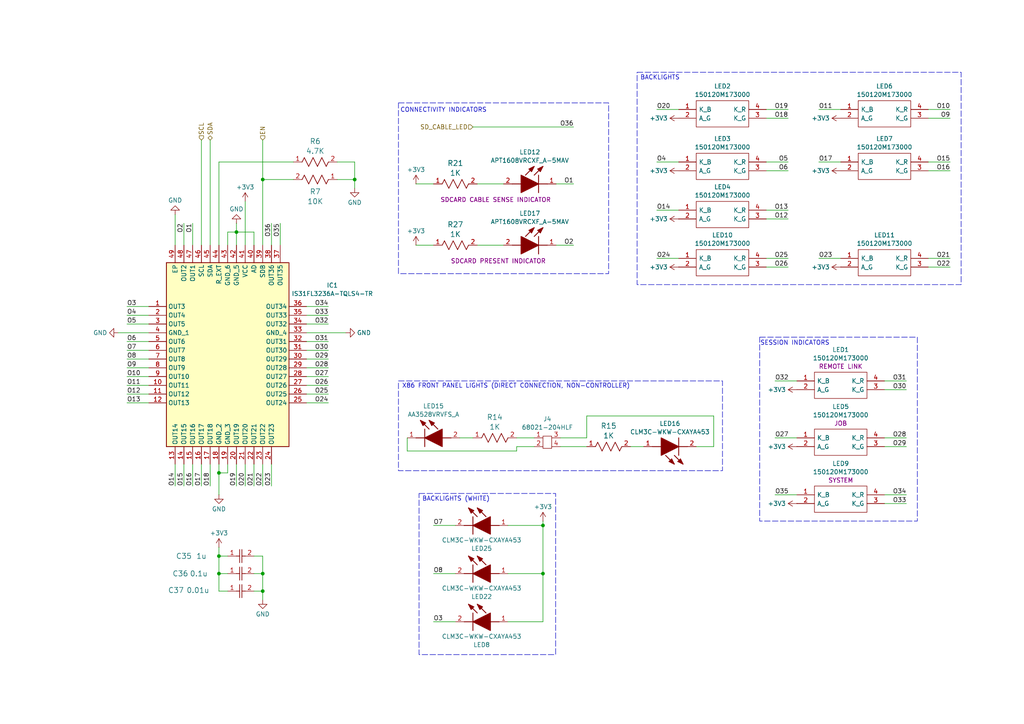
<source format=kicad_sch>
(kicad_sch (version 20231120) (generator "eeschema") (generator_version "8.0")
  (paper "A4")
  (title_block (title "Oro Link") (date "2025-03-22") (rev "8") (company "Oro Operating System") (comment 1 "oro.sh") (comment 2 "Copyright 2023-2025, MPL 2.0") (comment 3 "Joshua Lee Junon"))
  (lib_symbols
    (symbol "OroLink:0402B103J160CT" (pin_names (offset 0.254))
      (property "Reference" "C" (at 3.81 3.81 0))
      (property "Value" "0402B103J160CT" (at 3.81 -3.81 0))
      (symbol "0402B103J160CT_1_1"
        (pin unspecified line (at 0 0 0) (length 2.54) (name "") (number "1"))
        (pin unspecified line (at 7.62 0 180) (length 2.54) (name "") (number "2"))
      )
      (symbol "0402B103J160CT_1_2"
        (pin unspecified line (at 0 0 270) (length 2.54) (name "") (number "1"))
        (pin unspecified line (at 0 -7.62 90) (length 2.54) (name "") (number "2"))
      )
    )
    (symbol "OroLink:150120M173000" (pin_names (offset 0.762))
      (property "Reference" "LED8" (at 12.7 6.189 0))
      (property "Value" "150120M173000" (at 12.7 3.6521 0))
      (property "Note" "STATUS" (at 12.7 -6.35 0))
      (symbol "150120M173000_0_0"
        (pin passive line (at 0 0 0) (length 5.08) (name "K_B") (number "1"))
        (pin passive line (at 0 -2.54 0) (length 5.08) (name "A_G") (number "2"))
        (pin passive line (at 25.4 -2.54 180) (length 5.08) (name "K_G") (number "3"))
        (pin passive line (at 25.4 0 180) (length 5.08) (name "K_R") (number "4"))
      )
    )
    (symbol "OroLink:68021-204HLF" (pin_names hide)
      (property "Reference" "J" (at 3.81 1.778 0))
      (property "Value" "68021-204HLF" (at 4.318 0 0))
      (symbol "68021-204HLF_0_0"
        (pin unspecified line (at 0 -2.54 0) (length 2.54) (name "") (number "1"))
        (pin unspecified line (at 0 -5.08 0) (length 2.54) (name "") (number "2"))
        (pin unspecified line (at 7.62 -2.54 180) (length 2.54) (name "") (number "3"))
        (pin unspecified line (at 7.62 -5.08 180) (length 2.54) (name "") (number "4"))
      )
    )
    (symbol "OroLink:AA3528VRVFS_A" (pin_names hide)
      (property "Reference" "LED" (at 12.7 8.89 0))
      (property "Value" "AA3528VRVFS_A" (at 12.7 6.35 0))
      (symbol "AA3528VRVFS_A_1_1"
        (pin passive line (at 0 0 0) (length 2.54) (name "K") (number "1"))
        (pin passive line (at 15.24 0 180) (length 2.54) (name "A") (number "2"))
      )
    )
    (symbol "OroLink:APT1608VRCXF_A-5MAV" (pin_names hide)
      (property "Reference" "LED" (at 12.7 8.89 0))
      (property "Value" "APT1608VRCXF_A-5MAV" (at 12.7 6.35 0))
      (symbol "APT1608VRCXF_A-5MAV_1_1"
        (pin passive line (at 0 0 0) (length 2.54) (name "K") (number "1"))
        (pin passive line (at 15.24 0 180) (length 2.54) (name "A") (number "2"))
      )
    )
    (symbol "OroLink:CLM3C-WKW-CXAYA453" (pin_names hide)
      (property "Reference" "LED" (at 5.588 8.382 0))
      (property "Value" "CLM3C-WKW-CXAYA453" (at -3.302 5.842 0))
      (symbol "CLM3C-WKW-CXAYA453_1_1"
        (pin passive line (at 15.24 0 180) (length 2.54) (name "A") (number "1"))
        (pin passive line (at 0 0 0) (length 2.54) (name "K") (number "2"))
      )
    )
    (symbol "OroLink:CRCW04024K70FKEDHP" (pin_names (offset 0.254))
      (property "Reference" "R" (at 5.715 3.81 0))
      (property "Value" "CRCW04024K70FKEDHP" (at 6.35 -3.81 0))
      (symbol "CRCW04024K70FKEDHP_1_1"
        (pin unspecified line (at 12.7 0 180) (length 2.54) (name "") (number "1"))
        (pin unspecified line (at 0 0 0) (length 2.54) (name "") (number "2"))
      )
      (symbol "CRCW04024K70FKEDHP_1_2"
        (pin unspecified line (at 0 12.7 270) (length 2.54) (name "") (number "1"))
        (pin unspecified line (at 0 0 90) (length 2.54) (name "") (number "2"))
      )
    )
    (symbol "OroLink:IS31FL3236A-TQLS4-TR"
      (property "Reference" "IC" (at 41.91 17.78 0))
      (property "Value" "IS31FL3236A-TQLS4-TR" (at 41.91 15.24 0))
      (symbol "IS31FL3236A-TQLS4-TR_1_1"
        (pin passive line (at 0 0 0) (length 5.08) (name "OUT3") (number "1"))
        (pin passive line (at 0 -22.86 0) (length 5.08) (name "OUT11") (number "10"))
        (pin passive line (at 0 -25.4 0) (length 5.08) (name "OUT12") (number "11"))
        (pin passive line (at 0 -27.94 0) (length 5.08) (name "OUT13") (number "12"))
        (pin passive line (at 7.62 -45.72 90) (length 5.08) (name "OUT14") (number "13"))
        (pin passive line (at 10.16 -45.72 90) (length 5.08) (name "OUT15") (number "14"))
        (pin passive line (at 12.7 -45.72 90) (length 5.08) (name "OUT16") (number "15"))
        (pin passive line (at 15.24 -45.72 90) (length 5.08) (name "OUT17") (number "16"))
        (pin passive line (at 17.78 -45.72 90) (length 5.08) (name "OUT18") (number "17"))
        (pin passive line (at 20.32 -45.72 90) (length 5.08) (name "GND_2") (number "18"))
        (pin passive line (at 22.86 -45.72 90) (length 5.08) (name "GND_3") (number "19"))
        (pin passive line (at 0 -2.54 0) (length 5.08) (name "OUT4") (number "2"))
        (pin passive line (at 25.4 -45.72 90) (length 5.08) (name "OUT19") (number "20"))
        (pin passive line (at 27.94 -45.72 90) (length 5.08) (name "OUT20") (number "21"))
        (pin passive line (at 30.48 -45.72 90) (length 5.08) (name "OUT21") (number "22"))
        (pin passive line (at 33.02 -45.72 90) (length 5.08) (name "OUT22") (number "23"))
        (pin passive line (at 35.56 -45.72 90) (length 5.08) (name "OUT23") (number "24"))
        (pin passive line (at 45.72 -27.94 180) (length 5.08) (name "OUT24") (number "25"))
        (pin passive line (at 45.72 -25.4 180) (length 5.08) (name "OUT25") (number "26"))
        (pin passive line (at 45.72 -22.86 180) (length 5.08) (name "OUT26") (number "27"))
        (pin passive line (at 45.72 -20.32 180) (length 5.08) (name "OUT27") (number "28"))
        (pin passive line (at 45.72 -17.78 180) (length 5.08) (name "OUT28") (number "29"))
        (pin passive line (at 0 -5.08 0) (length 5.08) (name "OUT5") (number "3"))
        (pin passive line (at 45.72 -15.24 180) (length 5.08) (name "OUT29") (number "30"))
        (pin passive line (at 45.72 -12.7 180) (length 5.08) (name "OUT30") (number "31"))
        (pin passive line (at 45.72 -10.16 180) (length 5.08) (name "OUT31") (number "32"))
        (pin passive line (at 45.72 -7.62 180) (length 5.08) (name "GND_4") (number "33"))
        (pin passive line (at 45.72 -5.08 180) (length 5.08) (name "OUT32") (number "34"))
        (pin passive line (at 45.72 -2.54 180) (length 5.08) (name "OUT33") (number "35"))
        (pin passive line (at 45.72 0 180) (length 5.08) (name "OUT34") (number "36"))
        (pin passive line (at 38.1 17.78 270) (length 5.08) (name "OUT35") (number "37"))
        (pin passive line (at 35.56 17.78 270) (length 5.08) (name "OUT36") (number "38"))
        (pin passive line (at 33.02 17.78 270) (length 5.08) (name "SDB") (number "39"))
        (pin passive line (at 0 -7.62 0) (length 5.08) (name "GND_1") (number "4"))
        (pin passive line (at 30.48 17.78 270) (length 5.08) (name "AD") (number "40"))
        (pin passive line (at 27.94 17.78 270) (length 5.08) (name "VCC") (number "41"))
        (pin passive line (at 25.4 17.78 270) (length 5.08) (name "GND_5") (number "42"))
        (pin passive line (at 22.86 17.78 270) (length 5.08) (name "GND_6") (number "43"))
        (pin passive line (at 20.32 17.78 270) (length 5.08) (name "R_EXT") (number "44"))
        (pin passive line (at 17.78 17.78 270) (length 5.08) (name "SDA") (number "45"))
        (pin passive line (at 15.24 17.78 270) (length 5.08) (name "SCL") (number "46"))
        (pin passive line (at 12.7 17.78 270) (length 5.08) (name "OUT1") (number "47"))
        (pin passive line (at 10.16 17.78 270) (length 5.08) (name "OUT2") (number "48"))
        (pin passive line (at 7.62 17.78 270) (length 5.08) (name "EP") (number "49"))
        (pin passive line (at 0 -10.16 0) (length 5.08) (name "OUT6") (number "5"))
        (pin passive line (at 0 -12.7 0) (length 5.08) (name "OUT7") (number "6"))
        (pin passive line (at 0 -15.24 0) (length 5.08) (name "OUT8") (number "7"))
        (pin passive line (at 0 -17.78 0) (length 5.08) (name "OUT9") (number "8"))
        (pin passive line (at 0 -20.32 0) (length 5.08) (name "OUT10") (number "9"))
      )
    )
    (symbol "OroLink:JMK105BJ105KVHF" (pin_names (offset 0.254))
      (property "Reference" "C" (at 3.81 3.81 0))
      (property "Value" "JMK105BJ105KVHF" (at 3.81 -3.81 0))
      (symbol "JMK105BJ105KVHF_1_1"
        (pin unspecified line (at 0 0 0) (length 2.54) (name "") (number "1"))
        (pin unspecified line (at 7.62 0 180) (length 2.54) (name "") (number "2"))
      )
      (symbol "JMK105BJ105KVHF_1_2"
        (pin unspecified line (at 0 0 270) (length 2.54) (name "") (number "1"))
        (pin unspecified line (at 0 -7.62 90) (length 2.54) (name "") (number "2"))
      )
    )
    (symbol "OroLink:MSAST1L3YB5104KFNA01" (pin_names (offset 0.254))
      (property "Reference" "C" (at 3.81 3.81 0))
      (property "Value" "MSAST1L3YB5104KFNA01" (at 3.81 -3.81 0))
      (symbol "MSAST1L3YB5104KFNA01_1_1"
        (pin unspecified line (at 0 0 0) (length 2.54) (name "") (number "1"))
        (pin unspecified line (at 7.62 0 180) (length 2.54) (name "") (number "2"))
      )
      (symbol "MSAST1L3YB5104KFNA01_1_2"
        (pin unspecified line (at 0 0 270) (length 2.54) (name "") (number "1"))
        (pin unspecified line (at 0 -7.62 90) (length 2.54) (name "") (number "2"))
      )
    )
    (symbol "OroLink:RMCF0402FT10K0" (pin_names (offset 0.254))
      (property "Reference" "R" (at 5.715 3.81 0))
      (property "Value" "RMCF0402FT10K0" (at 6.35 -3.81 0))
      (symbol "RMCF0402FT10K0_1_1"
        (pin unspecified line (at 0 0 0) (length 2.54) (name "") (number "1"))
        (pin unspecified line (at 12.7 0 180) (length 2.54) (name "") (number "2"))
      )
      (symbol "RMCF0402FT10K0_1_2"
        (pin unspecified line (at 0 12.7 270) (length 2.54) (name "") (number "1"))
        (pin unspecified line (at 0 0 90) (length 2.54) (name "") (number "2"))
      )
    )
    (symbol "OroLink:SG73P2ATTD102J" (pin_names (offset 0.254))
      (property "Reference" "R" (at 5.715 3.81 0))
      (property "Value" "SG73P2ATTD102J" (at 6.35 -3.81 0))
      (symbol "SG73P2ATTD102J_1_1"
        (pin unspecified line (at 0 0 0) (length 2.54) (name "") (number "1"))
        (pin unspecified line (at 12.7 0 180) (length 2.54) (name "") (number "2"))
      )
      (symbol "SG73P2ATTD102J_1_2"
        (pin unspecified line (at 0 12.7 270) (length 2.54) (name "") (number "1"))
        (pin unspecified line (at 0 0 90) (length 2.54) (name "") (number "2"))
      )
    )
    (symbol "power:+3V3" (power) (pin_numbers hide) (pin_names (offset 0) hide)
      (property "Value" "+3V3" (at 0 3.556 0))
      (symbol "+3V3_1_1"
        (pin power_in line (at 0 0 90) (length 0) (name "~") (number "1"))
      )
    )
    (symbol "power:GND" (power) (pin_numbers hide) (pin_names (offset 0) hide)
      (property "Value" "GND" (at 0 -3.81 0))
      (symbol "GND_1_1"
        (pin power_in line (at 0 0 270) (length 0) (name "~") (number "1"))
      )
    )
  )
  (junction (at 76.2 52.07))
  (junction (at 76.2 171.45))
  (junction (at 76.2 166.37))
  (junction (at 157.48 166.37))
  (junction (at 63.5 137.16))
  (junction (at 157.48 152.4))
  (junction (at 63.5 166.37))
  (junction (at 63.5 161.29))
  (junction (at 102.87 52.07))
  (junction (at 68.58 67.31))
  (wire (pts (xy 231.14 110.49) (xy 224.79 110.49)))
  (wire (pts (xy 275.59 49.53) (xy 269.24 49.53)))
  (wire (pts (xy 76.2 140.97) (xy 76.2 134.62)))
  (wire (pts (xy 76.2 71.12) (xy 76.2 52.07)))
  (wire (pts (xy 66.04 134.62) (xy 66.04 137.16)))
  (wire (pts (xy 36.83 116.84) (xy 43.18 116.84)))
  (wire (pts (xy 275.59 31.75) (xy 269.24 31.75)))
  (wire (pts (xy 76.2 171.45) (xy 76.2 173.99)))
  (wire (pts (xy 68.58 140.97) (xy 68.58 134.62)))
  (wire (pts (xy 182.88 129.54) (xy 186.69 129.54)))
  (wire (pts (xy 157.48 180.34) (xy 147.32 180.34)))
  (wire (pts (xy 161.29 53.34) (xy 166.37 53.34)))
  (wire (pts (xy 66.04 71.12) (xy 66.04 67.31)))
  (wire (pts (xy 256.54 129.54) (xy 262.89 129.54)))
  (wire (pts (xy 157.48 151.13) (xy 157.48 152.4)))
  (wire (pts (xy 73.66 67.31) (xy 68.58 67.31)))
  (wire (pts (xy 256.54 110.49) (xy 262.89 110.49)))
  (wire (pts (xy 63.5 134.62) (xy 63.5 137.16)))
  (wire (pts (xy 63.5 137.16) (xy 63.5 143.51)))
  (wire (pts (xy 73.66 140.97) (xy 73.66 134.62)))
  (wire (pts (xy 88.9 104.14) (xy 95.25 104.14)))
  (wire (pts (xy 120.65 71.12) (xy 125.73 71.12)))
  (wire (pts (xy 36.83 93.98) (xy 43.18 93.98)))
  (wire (pts (xy 125.73 152.4) (xy 132.08 152.4)))
  (wire (pts (xy 275.59 34.29) (xy 269.24 34.29)))
  (wire (pts (xy 63.5 161.29) (xy 63.5 158.75)))
  (wire (pts (xy 36.83 104.14) (xy 43.18 104.14)))
  (wire (pts (xy 36.83 99.06) (xy 43.18 99.06)))
  (wire (pts (xy 88.9 111.76) (xy 95.25 111.76)))
  (wire (pts (xy 73.66 161.29) (xy 76.2 161.29)))
  (wire (pts (xy 207.01 129.54) (xy 207.01 120.65)))
  (wire (pts (xy 63.5 137.16) (xy 66.04 137.16)))
  (wire (pts (xy 76.2 166.37) (xy 76.2 171.45)))
  (wire (pts (xy 50.8 62.23) (xy 50.8 71.12)))
  (wire (pts (xy 237.49 31.75) (xy 243.84 31.75)))
  (wire (pts (xy 66.04 67.31) (xy 68.58 67.31)))
  (wire (pts (xy 53.34 140.97) (xy 53.34 134.62)))
  (wire (pts (xy 137.16 36.83) (xy 166.37 36.83)))
  (wire (pts (xy 63.5 166.37) (xy 66.04 166.37)))
  (wire (pts (xy 88.9 93.98) (xy 95.25 93.98)))
  (wire (pts (xy 73.66 171.45) (xy 76.2 171.45)))
  (wire (pts (xy 63.5 161.29) (xy 66.04 161.29)))
  (wire (pts (xy 170.18 129.54) (xy 162.56 129.54)))
  (wire (pts (xy 88.9 99.06) (xy 95.25 99.06)))
  (wire (pts (xy 118.11 127) (xy 118.11 130.81)))
  (wire (pts (xy 161.29 71.12) (xy 166.37 71.12)))
  (wire (pts (xy 63.5 46.99) (xy 85.09 46.99)))
  (wire (pts (xy 63.5 166.37) (xy 63.5 161.29)))
  (wire (pts (xy 81.28 71.12) (xy 81.28 64.77)))
  (wire (pts (xy 237.49 46.99) (xy 243.84 46.99)))
  (wire (pts (xy 55.88 71.12) (xy 55.88 64.77)))
  (wire (pts (xy 125.73 166.37) (xy 132.08 166.37)))
  (wire (pts (xy 125.73 180.34) (xy 132.08 180.34)))
  (wire (pts (xy 88.9 116.84) (xy 95.25 116.84)))
  (wire (pts (xy 88.9 109.22) (xy 95.25 109.22)))
  (wire (pts (xy 73.66 71.12) (xy 73.66 67.31)))
  (wire (pts (xy 63.5 46.99) (xy 63.5 71.12)))
  (wire (pts (xy 71.12 140.97) (xy 71.12 134.62)))
  (wire (pts (xy 55.88 140.97) (xy 55.88 134.62)))
  (wire (pts (xy 36.83 111.76) (xy 43.18 111.76)))
  (wire (pts (xy 256.54 143.51) (xy 262.89 143.51)))
  (wire (pts (xy 256.54 146.05) (xy 262.89 146.05)))
  (wire (pts (xy 228.6 60.96) (xy 222.25 60.96)))
  (wire (pts (xy 237.49 74.93) (xy 243.84 74.93)))
  (wire (pts (xy 170.18 120.65) (xy 170.18 127)))
  (wire (pts (xy 190.5 46.99) (xy 196.85 46.99)))
  (wire (pts (xy 66.04 171.45) (xy 63.5 171.45)))
  (wire (pts (xy 228.6 31.75) (xy 222.25 31.75)))
  (wire (pts (xy 36.83 91.44) (xy 43.18 91.44)))
  (wire (pts (xy 275.59 77.47) (xy 269.24 77.47)))
  (wire (pts (xy 76.2 40.64) (xy 76.2 52.07)))
  (wire (pts (xy 78.74 71.12) (xy 78.74 64.77)))
  (wire (pts (xy 190.5 31.75) (xy 196.85 31.75)))
  (wire (pts (xy 228.6 63.5) (xy 222.25 63.5)))
  (wire (pts (xy 88.9 91.44) (xy 95.25 91.44)))
  (wire (pts (xy 138.43 53.34) (xy 146.05 53.34)))
  (wire (pts (xy 36.83 114.3) (xy 43.18 114.3)))
  (wire (pts (xy 36.83 88.9) (xy 43.18 88.9)))
  (wire (pts (xy 228.6 49.53) (xy 222.25 49.53)))
  (wire (pts (xy 120.65 53.34) (xy 125.73 53.34)))
  (wire (pts (xy 170.18 127) (xy 162.56 127)))
  (wire (pts (xy 231.14 143.51) (xy 224.79 143.51)))
  (wire (pts (xy 76.2 161.29) (xy 76.2 166.37)))
  (wire (pts (xy 207.01 129.54) (xy 201.93 129.54)))
  (wire (pts (xy 88.9 88.9) (xy 95.25 88.9)))
  (wire (pts (xy 147.32 152.4) (xy 157.48 152.4)))
  (wire (pts (xy 207.01 120.65) (xy 170.18 120.65)))
  (wire (pts (xy 138.43 71.12) (xy 146.05 71.12)))
  (wire (pts (xy 190.5 60.96) (xy 196.85 60.96)))
  (wire (pts (xy 63.5 171.45) (xy 63.5 166.37)))
  (wire (pts (xy 58.42 71.12) (xy 58.42 40.64)))
  (wire (pts (xy 149.86 127) (xy 154.94 127)))
  (wire (pts (xy 102.87 54.61) (xy 102.87 52.07)))
  (wire (pts (xy 256.54 113.03) (xy 262.89 113.03)))
  (wire (pts (xy 149.86 129.54) (xy 154.94 129.54)))
  (wire (pts (xy 196.85 74.93) (xy 190.5 74.93)))
  (wire (pts (xy 157.48 166.37) (xy 157.48 180.34)))
  (wire (pts (xy 222.25 77.47) (xy 228.6 77.47)))
  (wire (pts (xy 88.9 101.6) (xy 95.25 101.6)))
  (wire (pts (xy 36.83 101.6) (xy 43.18 101.6)))
  (wire (pts (xy 102.87 46.99) (xy 102.87 52.07)))
  (wire (pts (xy 58.42 140.97) (xy 58.42 134.62)))
  (wire (pts (xy 76.2 52.07) (xy 85.09 52.07)))
  (wire (pts (xy 137.16 127) (xy 133.35 127)))
  (wire (pts (xy 222.25 74.93) (xy 228.6 74.93)))
  (wire (pts (xy 275.59 74.93) (xy 269.24 74.93)))
  (wire (pts (xy 88.9 114.3) (xy 95.25 114.3)))
  (wire (pts (xy 50.8 140.97) (xy 50.8 134.62)))
  (wire (pts (xy 149.86 129.54) (xy 149.86 130.81)))
  (wire (pts (xy 157.48 166.37) (xy 147.32 166.37)))
  (wire (pts (xy 60.96 140.97) (xy 60.96 134.62)))
  (wire (pts (xy 71.12 58.42) (xy 71.12 71.12)))
  (wire (pts (xy 228.6 46.99) (xy 222.25 46.99)))
  (wire (pts (xy 36.83 109.22) (xy 43.18 109.22)))
  (wire (pts (xy 68.58 67.31) (xy 68.58 71.12)))
  (wire (pts (xy 118.11 130.81) (xy 149.86 130.81)))
  (wire (pts (xy 88.9 106.68) (xy 95.25 106.68)))
  (wire (pts (xy 228.6 34.29) (xy 222.25 34.29)))
  (wire (pts (xy 60.96 71.12) (xy 60.96 40.64)))
  (wire (pts (xy 256.54 127) (xy 262.89 127)))
  (wire (pts (xy 231.14 127) (xy 224.79 127)))
  (wire (pts (xy 53.34 71.12) (xy 53.34 64.77)))
  (wire (pts (xy 102.87 52.07) (xy 97.79 52.07)))
  (wire (pts (xy 73.66 166.37) (xy 76.2 166.37)))
  (wire (pts (xy 68.58 64.77) (xy 68.58 67.31)))
  (wire (pts (xy 157.48 152.4) (xy 157.48 166.37)))
  (wire (pts (xy 100.33 96.52) (xy 88.9 96.52)))
  (wire (pts (xy 34.29 96.52) (xy 43.18 96.52)))
  (wire (pts (xy 275.59 46.99) (xy 269.24 46.99)))
  (wire (pts (xy 36.83 106.68) (xy 43.18 106.68)))
  (wire (pts (xy 102.87 46.99) (xy 97.79 46.99)))
  (wire (pts (xy 78.74 140.97) (xy 78.74 134.62)))
  (rectangle (start 184.785 20.955) (end 278.765 82.55) (stroke (width 0) (type dash)))
  (rectangle (start 115.57 110.49) (end 209.55 136.525) (stroke (width 0) (type dash)))
  (rectangle (start 121.539 143.129) (end 161.163 189.865) (stroke (width 0) (type dash)))
  (rectangle (start 115.57 29.845) (end 176.53 79.375) (stroke (width 0) (type dash)))
  (rectangle (start 220.345 97.79) (end 266.065 151.13) (stroke (width 0) (type dash)))
  (text "X86 FRONT PANEL LIGHTS (DIRECT CONNECTION, NON-CONTROLLER)" (at 116.586 112.014 0) (effects (font (size 1.27 1.27)) (justify left)))
  (text "BACKLIGHTS" (at 185.674 22.606 0) (effects (font (size 1.27 1.27)) (justify left)))
  (text "BACKLIGHTS (WHITE)" (at 122.428 144.78 0) (effects (font (size 1.27 1.27)) (justify left)))
  (text "SESSION INDICATORS" (at 220.472 99.568 0) (effects (font (size 1.27 1.27)) (justify left)))
  (text "CONNECTIVITY INDICATORS" (at 116.078 32.004 0) (effects (font (size 1.27 1.27)) (justify left)))
  (label "O3" (at 125.73 180.34 0))
  (label "O6" (at 36.83 99.06 0))
  (label "O17" (at 58.42 140.97 90))
  (label "O5" (at 228.6 46.99 180))
  (label "O34" (at 262.89 143.51 180))
  (label "O29" (at 95.25 104.14 180))
  (label "O8" (at 125.73 166.37 0))
  (label "O32" (at 224.79 110.49 0))
  (label "O18" (at 60.96 140.97 90))
  (label "O22" (at 275.59 77.47 180))
  (label "O30" (at 262.89 113.03 180))
  (label "O8" (at 36.83 104.14 0))
  (label "O36" (at 78.74 64.77 270))
  (label "O26" (at 95.25 111.76 180))
  (label "O10" (at 275.59 31.75 180))
  (label "O21" (at 73.66 140.97 90))
  (label "O11" (at 36.83 111.76 0))
  (label "O23" (at 78.74 140.97 90))
  (label "O35" (at 224.79 143.51 0))
  (label "O6" (at 228.6 49.53 180))
  (label "O19" (at 68.58 140.97 90))
  (label "O15" (at 53.34 140.97 90))
  (label "O1" (at 55.88 64.77 270))
  (label "O33" (at 95.25 91.44 180))
  (label "O5" (at 36.83 93.98 0))
  (label "O30" (at 95.25 101.6 180))
  (label "O14" (at 50.8 140.97 90))
  (label "O2" (at 166.37 71.12 180))
  (label "O4" (at 190.5 46.99 0))
  (label "O36" (at 166.37 36.83 180))
  (label "O17" (at 237.49 46.99 0))
  (label "O29" (at 262.89 129.54 180))
  (label "O18" (at 228.6 34.29 180))
  (label "O28" (at 95.25 106.68 180))
  (label "O12" (at 36.83 114.3 0))
  (label "O26" (at 228.6 77.47 180))
  (label "O33" (at 262.89 146.05 180))
  (label "O28" (at 262.89 127 180))
  (label "O10" (at 36.83 109.22 0))
  (label "O35" (at 81.28 64.77 270))
  (label "O25" (at 95.25 114.3 180))
  (label "O23" (at 237.49 74.93 0))
  (label "O2" (at 53.34 64.77 270))
  (label "O24" (at 190.5 74.93 0))
  (label "O11" (at 237.49 31.75 0))
  (label "O12" (at 228.6 63.5 180))
  (label "O13" (at 228.6 60.96 180))
  (label "O15" (at 275.59 46.99 180))
  (label "O9" (at 275.59 34.29 180))
  (label "O13" (at 36.83 116.84 0))
  (label "O7" (at 125.73 152.4 0))
  (label "O27" (at 224.79 127 0))
  (label "O1" (at 166.37 53.34 180))
  (label "O3" (at 36.83 88.9 0))
  (label "O31" (at 95.25 99.06 180))
  (label "O27" (at 95.25 109.22 180))
  (label "O24" (at 95.25 116.84 180))
  (label "O9" (at 36.83 106.68 0))
  (label "O20" (at 71.12 140.97 90))
  (label "O21" (at 275.59 74.93 180))
  (label "O16" (at 275.59 49.53 180))
  (label "O22" (at 76.2 140.97 90))
  (label "O32" (at 95.25 93.98 180))
  (label "O7" (at 36.83 101.6 0))
  (label "O20" (at 190.5 31.75 0))
  (label "O14" (at 190.5 60.96 0))
  (label "O25" (at 228.6 74.93 180))
  (label "O31" (at 262.89 110.49 180))
  (label "O16" (at 55.88 140.97 90))
  (label "O34" (at 95.25 88.9 180))
  (label "O19" (at 228.6 31.75 180))
  (label "O4" (at 36.83 91.44 0))
  (hierarchical_label "SCL" (shape input) (at 58.42 40.64 90))
  (hierarchical_label "EN" (shape input) (at 76.2 40.64 90))
  (hierarchical_label "SDA" (shape bidirectional) (at 60.96 40.64 90))
  (hierarchical_label "SD_CABLE_LED" (shape input) (at 137.16 36.83 180))
  (symbol (lib_id "power:+3V3") (at 231.14 129.54 90) (unit 1)
    (property "Reference" "#PWR032" (effects (hide yes)))
    (property "Value" "+3V3" (at 227.965 129.54 90) (effects (justify left)))
    (property "Description" "Power symbol creates a global label with name \"+3V3\"" (effects (hide yes)))
  )
  (symbol (lib_id "power:GND") (at 34.29 96.52 270) (unit 1)
    (property "Reference" "#PWR042" (effects (hide yes)))
    (property "Value" "GND" (at 31.1151 96.52 90) (effects (justify right)))
    (property "Description" "Power symbol creates a global label with name \"GND\" , ground" (effects (hide yes)))
  )
  (symbol (lib_id "OroLink:150120M173000") (at 196.85 46.99 0) (unit 1)
    (property "Reference" "LED3" (at 209.55 40.2477 0))
    (property "Value" "150120M173000" (at 209.55 42.672 0))
    (property "Footprint" "OroLink:150120M173000" (effects (hide yes)))
    (property "Datasheet" "https://www.we-online.com/catalog/datasheet/150120M173000.pdf" (effects (hide yes)))
    (property "Description" "Standard LEDs - SMD WL-SFCW SMT Full-color Chip LED waterclear 1206 RGB" (effects (hide yes)))
    (property "Height" "0.85" (effects (hide yes)))
    (property "Manufacturer_Name" "Wurth Elektronik" (effects (hide yes)))
    (property "Manufacturer_Part_Number" "150120M173000" (effects (hide yes)))
    (property "Mouser Part Number" "710-150120M173000" (effects (hide yes)))
    (property "Mouser Price/Stock" "https://www.mouser.co.uk/ProductDetail/Wurth-Elektronik/150120M173000?qs=GedFDFLaBXG2uqjQCP7dEg%3D%3D" (effects (hide yes)))
    (property "Note" "BACK1" (effects (hide yes)))
  )
  (symbol (lib_id "power:+3V3") (at 231.14 113.03 90) (unit 1)
    (property "Reference" "#PWR028" (effects (hide yes)))
    (property "Value" "+3V3" (at 227.965 113.03 90) (effects (justify left)))
    (property "Description" "Power symbol creates a global label with name \"+3V3\"" (effects (hide yes)))
  )
  (symbol (lib_id "power:GND") (at 68.58 64.77 180) (unit 1)
    (property "Reference" "#PWR045" (effects (hide yes)))
    (property "Value" "GND" (at 68.58 60.6369 0))
    (property "Description" "Power symbol creates a global label with name \"GND\" , ground" (effects (hide yes)))
  )
  (symbol (lib_id "OroLink:APT1608VRCXF_A-5MAV") (at 161.29 53.34 0) (mirror y) (unit 1)
    (property "Reference" "LED12" (at 153.67 44.1155 0))
    (property "Value" "APT1608VRCXF_A-5MAV" (at 153.67 46.5398 0))
    (property "Footprint" "OroLink:APT1608VRCXFA5MAV" (effects (hide yes)))
    (property "Datasheet" "https://www.mouser.co.uk/datasheet/2/216/APT1608VRCXF_A_5MAV-1152496.pdf" (effects (hide yes)))
    (property "Description" "Standard LEDs - SMD 1608 SMD LED Cyan" (effects (hide yes)))
    (property "Height" "0.85" (effects (hide yes)))
    (property "Manufacturer_Name" "Kingbright" (effects (hide yes)))
    (property "Manufacturer_Part_Number" "APT1608VRCXF/A-5MAV" (effects (hide yes)))
    (property "Mouser Part Number" "604-APT1608VRCXF5MAV" (effects (hide yes)))
    (property "Mouser Price/Stock" "https://www.mouser.co.uk/ProductDetail/Kingbright/APT1608VRCXF-A-5MAV?qs=xhbEVWpZdWce9Oiwfj8Zmw%3D%3D" (effects (hide yes)))
    (property "Arrow Part Number" "APT1608VRCXF/A-5MAV" (effects (hide yes)))
    (property "Arrow Price/Stock" "https://www.arrow.com/en/products/apt1608vrcxfa-5mav/kingbright" (effects (hide yes)))
    (property "Note" "SDCARD CABLE SENSE INDICATOR" (at 143.764 57.912 0))
  )
  (symbol (lib_id "power:+3V3") (at 243.84 77.47 90) (unit 1)
    (property "Reference" "#PWR038" (effects (hide yes)))
    (property "Value" "+3V3" (at 240.665 77.47 90) (effects (justify left)))
    (property "Description" "Power symbol creates a global label with name \"+3V3\"" (effects (hide yes)))
  )
  (symbol (lib_id "OroLink:CLM3C-WKW-CXAYA453") (at 132.08 180.34 0) (unit 1)
    (property "Reference" "LED8" (at 139.7 187.0245 0))
    (property "Value" "CLM3C-WKW-CXAYA453" (at 139.7 184.6002 0))
    (property "Footprint" "OroLink:CLM3CWKWCXAYA453" (effects (hide yes)))
    (property "Datasheet" "https://componentsearchengine.com/Datasheets/2/CLM3C-WKW-CWBYA453.pdf" (effects (hide yes)))
    (property "Description" "Cree CLM3C-WKW-CXAYA453, CLM3 Series White LED, 5500K, PLCC 2, Rectangle Lens SMD Package" (effects (hide yes)))
    (property "Height" "1.4" (effects (hide yes)))
    (property "Manufacturer_Name" "CREE LED" (effects (hide yes)))
    (property "Manufacturer_Part_Number" "CLM3C-WKW-CXAYA453" (effects (hide yes)))
    (property "Mouser Part Number" "941-CLM3CWKWCXAYA453" (effects (hide yes)))
    (property "Mouser Price/Stock" "https://www.mouser.co.uk/ProductDetail/Cree-Inc/CLM3C-WKW-CXaYa453?qs=3AcK5DacLbr3ewaPKwAgNg%3D%3D" (effects (hide yes)))
    (property "Arrow Part Number" "CLM3C-WKW-CXAYA453" (effects (hide yes)))
    (property "Arrow Price/Stock" "https://www.arrow.com/en/products/clm3c-wkw-cxaya453/cree" (effects (hide yes)))
  )
  (symbol (lib_id "OroLink:150120M173000") (at 196.85 60.96 0) (unit 1)
    (property "Reference" "LED4" (at 209.55 54.2177 0))
    (property "Value" "150120M173000" (at 209.55 56.642 0))
    (property "Footprint" "OroLink:150120M173000" (effects (hide yes)))
    (property "Datasheet" "https://www.we-online.com/catalog/datasheet/150120M173000.pdf" (effects (hide yes)))
    (property "Description" "Standard LEDs - SMD WL-SFCW SMT Full-color Chip LED waterclear 1206 RGB" (effects (hide yes)))
    (property "Height" "0.85" (effects (hide yes)))
    (property "Manufacturer_Name" "Wurth Elektronik" (effects (hide yes)))
    (property "Manufacturer_Part_Number" "150120M173000" (effects (hide yes)))
    (property "Mouser Part Number" "710-150120M173000" (effects (hide yes)))
    (property "Mouser Price/Stock" "https://www.mouser.co.uk/ProductDetail/Wurth-Elektronik/150120M173000?qs=GedFDFLaBXG2uqjQCP7dEg%3D%3D" (effects (hide yes)))
    (property "Note" "BACK1" (effects (hide yes)))
  )
  (symbol (lib_id "power:GND") (at 76.2 173.99 0) (unit 1)
    (property "Reference" "#PWR022" (effects (hide yes)))
    (property "Value" "GND" (at 76.2 178.1231 0))
    (property "Description" "Power symbol creates a global label with name \"GND\" , ground" (effects (hide yes)))
  )
  (symbol (lib_id "OroLink:150120M173000") (at 231.14 143.51 0) (unit 1)
    (property "Reference" "LED9" (at 243.84 134.4521 0))
    (property "Value" "150120M173000" (at 243.84 136.8764 0))
    (property "Footprint" "OroLink:150120M173000" (effects (hide yes)))
    (property "Datasheet" "https://www.we-online.com/catalog/datasheet/150120M173000.pdf" (effects (hide yes)))
    (property "Description" "Standard LEDs - SMD WL-SFCW SMT Full-color Chip LED waterclear 1206 RGB" (effects (hide yes)))
    (property "Height" "0.85" (effects (hide yes)))
    (property "Manufacturer_Name" "Wurth Elektronik" (effects (hide yes)))
    (property "Manufacturer_Part_Number" "150120M173000" (effects (hide yes)))
    (property "Mouser Part Number" "710-150120M173000" (effects (hide yes)))
    (property "Mouser Price/Stock" "https://www.mouser.co.uk/ProductDetail/Wurth-Elektronik/150120M173000?qs=GedFDFLaBXG2uqjQCP7dEg%3D%3D" (effects (hide yes)))
    (property "Note" "SYSTEM" (at 243.84 139.3007 0))
  )
  (symbol (lib_id "OroLink:CRCW04024K70FKEDHP") (at 97.79 46.99 180) (unit 1)
    (property "Reference" "R6" (at 91.44 40.988 0) (effects (font (size 1.524 1.524))))
    (property "Value" "4.7K" (at 91.44 43.8209 0) (effects (font (size 1.524 1.524))))
    (property "Footprint" "OroLink:RES_CRCW_0402_VIS-L" (effects (hide yes)))
    (property "Datasheet" "https://www.vishay.com/doc?20043" (effects (hide yes)))
    (property "Description" "CRCW0402-HP 100 4K7 1% ET7 E3" (effects (hide yes)))
    (property "Mouser ID" "71-CRCW04024K70FKEDH" (effects (hide yes)))
    (property "Mouser URL" "https://www.mouser.de/ProductDetail/Vishay-Dale/CRCW04024K70FKEDHP?qs=k2%2FDWSARqgH3ASlI4vM3KQ%3D%3D&utm_source=octopart&utm_medium=aggregator&utm_campaign=71-CRCW04024K70FKEDH&utm_content=Vishay" (effects (hide yes)))
    (property "Mfr. Number" "CRCW04024K70FKEDHP" (effects (hide yes)))
    (property "DigiKey ID" "541-4.70KYCT-ND" (effects (hide yes)))
    (property "Mfr. Name" "Vishay" (effects (hide yes)))
    (property "Description_1" "CRCW0402-HP 100 4K7 1% ET7 E3" (effects (hide yes)))
    (property "Arrow ID" "CRCW04024K70FKEDHP" (effects (hide yes)))
  )
  (symbol (lib_id "OroLink:150120M173000") (at 243.84 46.99 0) (unit 1)
    (property "Reference" "LED7" (at 256.54 40.2477 0))
    (property "Value" "150120M173000" (at 256.54 42.672 0))
    (property "Footprint" "OroLink:150120M173000" (effects (hide yes)))
    (property "Datasheet" "https://www.we-online.com/catalog/datasheet/150120M173000.pdf" (effects (hide yes)))
    (property "Description" "Standard LEDs - SMD WL-SFCW SMT Full-color Chip LED waterclear 1206 RGB" (effects (hide yes)))
    (property "Height" "0.85" (effects (hide yes)))
    (property "Manufacturer_Name" "Wurth Elektronik" (effects (hide yes)))
    (property "Manufacturer_Part_Number" "150120M173000" (effects (hide yes)))
    (property "Mouser Part Number" "710-150120M173000" (effects (hide yes)))
    (property "Mouser Price/Stock" "https://www.mouser.co.uk/ProductDetail/Wurth-Elektronik/150120M173000?qs=GedFDFLaBXG2uqjQCP7dEg%3D%3D" (effects (hide yes)))
    (property "Note" "BACK1" (effects (hide yes)))
  )
  (symbol (lib_id "power:GND") (at 100.33 96.52 90) (unit 1)
    (property "Reference" "#PWR044" (effects (hide yes)))
    (property "Value" "GND" (at 103.505 96.52 90) (effects (justify right)))
    (property "Description" "Power symbol creates a global label with name \"GND\" , ground" (effects (hide yes)))
  )
  (symbol (lib_id "power:+3V3") (at 63.5 158.75 0) (unit 1)
    (property "Reference" "#PWR021" (effects (hide yes)))
    (property "Value" "+3V3" (at 63.5 154.6169 0))
    (property "Description" "Power symbol creates a global label with name \"+3V3\"" (effects (hide yes)))
  )
  (symbol (lib_id "OroLink:CLM3C-WKW-CXAYA453") (at 201.93 129.54 180) (unit 1)
    (property "Reference" "LED16" (at 194.31 122.8555 0))
    (property "Value" "CLM3C-WKW-CXAYA453" (at 194.31 125.2798 0))
    (property "Footprint" "OroLink:CLM3CWKWCXAYA453" (effects (hide yes)))
    (property "Datasheet" "https://componentsearchengine.com/Datasheets/2/CLM3C-WKW-CWBYA453.pdf" (effects (hide yes)))
    (property "Description" "Cree CLM3C-WKW-CXAYA453, CLM3 Series White LED, 5500K, PLCC 2, Rectangle Lens SMD Package" (effects (hide yes)))
    (property "Height" "1.4" (effects (hide yes)))
    (property "Manufacturer_Name" "CREE LED" (effects (hide yes)))
    (property "Manufacturer_Part_Number" "CLM3C-WKW-CXAYA453" (effects (hide yes)))
    (property "Mouser Part Number" "941-CLM3CWKWCXAYA453" (effects (hide yes)))
    (property "Mouser Price/Stock" "https://www.mouser.co.uk/ProductDetail/Cree-Inc/CLM3C-WKW-CXaYa453?qs=3AcK5DacLbr3ewaPKwAgNg%3D%3D" (effects (hide yes)))
    (property "Arrow Part Number" "CLM3C-WKW-CXAYA453" (effects (hide yes)))
    (property "Arrow Price/Stock" "https://www.arrow.com/en/products/clm3c-wkw-cxaya453/cree" (effects (hide yes)))
  )
  (symbol (lib_id "OroLink:150120M173000") (at 196.85 74.93 0) (unit 1)
    (property "Reference" "LED10" (at 209.55 68.1877 0))
    (property "Value" "150120M173000" (at 209.55 70.612 0))
    (property "Footprint" "OroLink:150120M173000" (effects (hide yes)))
    (property "Datasheet" "https://www.we-online.com/catalog/datasheet/150120M173000.pdf" (effects (hide yes)))
    (property "Description" "Standard LEDs - SMD WL-SFCW SMT Full-color Chip LED waterclear 1206 RGB" (effects (hide yes)))
    (property "Height" "0.85" (effects (hide yes)))
    (property "Manufacturer_Name" "Wurth Elektronik" (effects (hide yes)))
    (property "Manufacturer_Part_Number" "150120M173000" (effects (hide yes)))
    (property "Mouser Part Number" "710-150120M173000" (effects (hide yes)))
    (property "Mouser Price/Stock" "https://www.mouser.co.uk/ProductDetail/Wurth-Elektronik/150120M173000?qs=GedFDFLaBXG2uqjQCP7dEg%3D%3D" (effects (hide yes)))
    (property "Note" "BACK1" (effects (hide yes)))
  )
  (symbol (lib_id "OroLink:150120M173000") (at 196.85 31.75 0) (unit 1)
    (property "Reference" "LED2" (at 209.55 25.0077 0))
    (property "Value" "150120M173000" (at 209.55 27.432 0))
    (property "Footprint" "OroLink:150120M173000" (effects (hide yes)))
    (property "Datasheet" "https://www.we-online.com/catalog/datasheet/150120M173000.pdf" (effects (hide yes)))
    (property "Description" "Standard LEDs - SMD WL-SFCW SMT Full-color Chip LED waterclear 1206 RGB" (effects (hide yes)))
    (property "Height" "0.85" (effects (hide yes)))
    (property "Manufacturer_Name" "Wurth Elektronik" (effects (hide yes)))
    (property "Manufacturer_Part_Number" "150120M173000" (effects (hide yes)))
    (property "Mouser Part Number" "710-150120M173000" (effects (hide yes)))
    (property "Mouser Price/Stock" "https://www.mouser.co.uk/ProductDetail/Wurth-Elektronik/150120M173000?qs=GedFDFLaBXG2uqjQCP7dEg%3D%3D" (effects (hide yes)))
    (property "Note" "BACK1" (effects (hide yes)))
  )
  (symbol (lib_id "OroLink:150120M173000") (at 231.14 127 0) (unit 1)
    (property "Reference" "LED5" (at 243.84 117.9421 0))
    (property "Value" "150120M173000" (at 243.84 120.3664 0))
    (property "Footprint" "OroLink:150120M173000" (effects (hide yes)))
    (property "Datasheet" "https://www.we-online.com/catalog/datasheet/150120M173000.pdf" (effects (hide yes)))
    (property "Description" "Standard LEDs - SMD WL-SFCW SMT Full-color Chip LED waterclear 1206 RGB" (effects (hide yes)))
    (property "Height" "0.85" (effects (hide yes)))
    (property "Manufacturer_Name" "Wurth Elektronik" (effects (hide yes)))
    (property "Manufacturer_Part_Number" "150120M173000" (effects (hide yes)))
    (property "Mouser Part Number" "710-150120M173000" (effects (hide yes)))
    (property "Mouser Price/Stock" "https://www.mouser.co.uk/ProductDetail/Wurth-Elektronik/150120M173000?qs=GedFDFLaBXG2uqjQCP7dEg%3D%3D" (effects (hide yes)))
    (property "Note" "JOB" (at 243.84 122.7907 0))
  )
  (symbol (lib_id "power:+3V3") (at 231.14 146.05 90) (unit 1)
    (property "Reference" "#PWR036" (effects (hide yes)))
    (property "Value" "+3V3" (at 227.965 146.05 90) (effects (justify left)))
    (property "Description" "Power symbol creates a global label with name \"+3V3\"" (effects (hide yes)))
  )
  (symbol (lib_id "OroLink:SG73P2ATTD102J") (at 125.73 71.12 0) (unit 1)
    (property "Reference" "R27" (at 132.08 65.118 0) (effects (font (size 1.524 1.524))))
    (property "Value" "1K" (at 132.08 67.9509 0) (effects (font (size 1.524 1.524))))
    (property "Footprint" "OroLink:RES_SG73P_2A_KOA" (effects (hide yes)))
    (property "Datasheet" "null" (effects (hide yes)))
    (property "Description" "Res Thick Film 0805 1K Ohm 5% 0.5W(1/2W) ±100ppm/C Pad SMD Automotive T/R" (effects (hide yes)))
    (property "Mouser URL" "null" (effects (hide yes)))
    (property "Arrow ID" "SG73P2ATTD102J" (effects (hide yes)))
    (property "Mouser ID" "660-SG73P2ATTD102J" (effects (hide yes)))
    (property "Description_1" "Res Thick Film 0805 1K Ohm 5% 0.5W(1/2W) ±100ppm/C Pad SMD Automotive T/R" (effects (hide yes)))
    (property "DigiKey ID" "2019-SG73P2ATTD102JCT-ND" (effects (hide yes)))
    (property "Mfr. Number" "SG73P2ATTD102J" (effects (hide yes)))
    (property "Mfr. Name" "KOA Speer" (effects (hide yes)))
  )
  (symbol (lib_id "power:+3V3") (at 196.85 77.47 90) (unit 1)
    (property "Reference" "#PWR037" (effects (hide yes)))
    (property "Value" "+3V3" (at 193.675 77.47 90) (effects (justify left)))
    (property "Description" "Power symbol creates a global label with name \"+3V3\"" (effects (hide yes)))
  )
  (symbol (lib_id "OroLink:SG73P2ATTD102J") (at 137.16 127 0) (unit 1)
    (property "Reference" "R14" (at 143.51 120.998 0) (effects (font (size 1.524 1.524))))
    (property "Value" "1K" (at 143.51 123.8309 0) (effects (font (size 1.524 1.524))))
    (property "Footprint" "OroLink:RES_SG73P_2A_KOA" (effects (hide yes)))
    (property "Datasheet" "null" (effects (hide yes)))
    (property "Description" "Res Thick Film 0805 1K Ohm 5% 0.5W(1/2W) ±100ppm/C Pad SMD Automotive T/R" (effects (hide yes)))
    (property "Mouser URL" "null" (effects (hide yes)))
    (property "Arrow ID" "SG73P2ATTD102J" (effects (hide yes)))
    (property "Mouser ID" "660-SG73P2ATTD102J" (effects (hide yes)))
    (property "Description_1" "Res Thick Film 0805 1K Ohm 5% 0.5W(1/2W) ±100ppm/C Pad SMD Automotive T/R" (effects (hide yes)))
    (property "DigiKey ID" "2019-SG73P2ATTD102JCT-ND" (effects (hide yes)))
    (property "Mfr. Number" "SG73P2ATTD102J" (effects (hide yes)))
    (property "Mfr. Name" "KOA Speer" (effects (hide yes)))
  )
  (symbol (lib_id "OroLink:RMCF0402FT10K0") (at 97.79 52.07 180) (unit 1)
    (property "Reference" "R7" (at 91.44 55.5871 0) (effects (font (size 1.524 1.524))))
    (property "Value" "10K" (at 91.44 58.42 0) (effects (font (size 1.524 1.524))))
    (property "Footprint" "OroLink:STA_RMCF0402_STP" (effects (hide yes)))
    (property "Datasheet" "https://www.mouser.de/datasheet/2/385/SEI_RMCF_RMCP-3077565.pdf" (effects (hide yes)))
    (property "Description" "Res Thick Film 0402 10K Ohm 1% 0.063W ±100ppm/°C Molded SMD Paper T/R" (effects (hide yes)))
    (property "Description_1" "Res Thick Film 0402 10K Ohm 1% 0.063W ±100ppm/°C Molded SMD Paper T/R" (effects (hide yes)))
    (property "Mfr. Name" "Stackpole International" (effects (hide yes)))
    (property "DigiKey ID" "RMCF0402FT10K0CT-ND" (effects (hide yes)))
    (property "Mouser URL" "https://www.mouser.de/ProductDetail/SEI-Stackpole/RMCF0402FT10K0?qs=FESYatJ8odLDpjm%252BwxiA1Q%3D%3D&utm_source=octopart&utm_medium=aggregator&utm_campaign=708-RMCF0402FT10K0&utm_content=SEI%20Stackpole" (effects (hide yes)))
    (property "Arrow ID" "RMCF0402FT10K0" (effects (hide yes)))
    (property "Mfr. Number" "RMCF0402FT10K0" (effects (hide yes)))
    (property "Mouser ID" "708-RMCF0402FT10K0" (effects (hide yes)))
  )
  (symbol (lib_id "power:+3V3") (at 243.84 49.53 90) (unit 1)
    (property "Reference" "#PWR034" (effects (hide yes)))
    (property "Value" "+3V3" (at 240.665 49.53 90) (effects (justify left)))
    (property "Description" "Power symbol creates a global label with name \"+3V3\"" (effects (hide yes)))
  )
  (symbol (lib_id "OroLink:150120M173000") (at 231.14 110.49 0) (unit 1)
    (property "Reference" "LED1" (at 243.84 101.4321 0))
    (property "Value" "150120M173000" (at 243.84 103.8564 0))
    (property "Footprint" "OroLink:150120M173000" (effects (hide yes)))
    (property "Datasheet" "https://www.we-online.com/catalog/datasheet/150120M173000.pdf" (effects (hide yes)))
    (property "Description" "Standard LEDs - SMD WL-SFCW SMT Full-color Chip LED waterclear 1206 RGB" (effects (hide yes)))
    (property "Height" "0.85" (effects (hide yes)))
    (property "Manufacturer_Name" "Wurth Elektronik" (effects (hide yes)))
    (property "Manufacturer_Part_Number" "150120M173000" (effects (hide yes)))
    (property "Mouser Part Number" "710-150120M173000" (effects (hide yes)))
    (property "Mouser Price/Stock" "https://www.mouser.co.uk/ProductDetail/Wurth-Elektronik/150120M173000?qs=GedFDFLaBXG2uqjQCP7dEg%3D%3D" (effects (hide yes)))
    (property "Note" "REMOTE LINK" (at 243.84 106.2807 0))
  )
  (symbol (lib_id "power:+3V3") (at 243.84 34.29 90) (unit 1)
    (property "Reference" "#PWR033" (effects (hide yes)))
    (property "Value" "+3V3" (at 240.665 34.29 90) (effects (justify left)))
    (property "Description" "Power symbol creates a global label with name \"+3V3\"" (effects (hide yes)))
  )
  (symbol (lib_id "power:+3V3") (at 71.12 58.42 0) (unit 1)
    (property "Reference" "#PWR046" (effects (hide yes)))
    (property "Value" "+3V3" (at 71.12 54.2869 0))
    (property "Description" "Power symbol creates a global label with name \"+3V3\"" (effects (hide yes)))
  )
  (symbol (lib_id "power:+3V3") (at 120.65 53.34 0) (mirror y) (unit 1)
    (property "Reference" "#PWR039" (effects (hide yes)))
    (property "Value" "+3V3" (at 120.65 49.2069 0))
    (property "Description" "Power symbol creates a global label with name \"+3V3\"" (effects (hide yes)))
  )
  (symbol (lib_id "power:+3V3") (at 196.85 49.53 90) (unit 1)
    (property "Reference" "#PWR030" (effects (hide yes)))
    (property "Value" "+3V3" (at 193.675 49.53 90) (effects (justify left)))
    (property "Description" "Power symbol creates a global label with name \"+3V3\"" (effects (hide yes)))
  )
  (symbol (lib_id "OroLink:APT1608VRCXF_A-5MAV") (at 161.29 71.12 0) (mirror y) (unit 1)
    (property "Reference" "LED17" (at 153.67 61.8955 0))
    (property "Value" "APT1608VRCXF_A-5MAV" (at 153.67 64.3198 0))
    (property "Footprint" "OroLink:APT1608VRCXFA5MAV" (effects (hide yes)))
    (property "Datasheet" "https://www.mouser.co.uk/datasheet/2/216/APT1608VRCXF_A_5MAV-1152496.pdf" (effects (hide yes)))
    (property "Description" "Standard LEDs - SMD 1608 SMD LED Cyan" (effects (hide yes)))
    (property "Height" "0.85" (effects (hide yes)))
    (property "Manufacturer_Name" "Kingbright" (effects (hide yes)))
    (property "Manufacturer_Part_Number" "APT1608VRCXF/A-5MAV" (effects (hide yes)))
    (property "Mouser Part Number" "604-APT1608VRCXF5MAV" (effects (hide yes)))
    (property "Mouser Price/Stock" "https://www.mouser.co.uk/ProductDetail/Kingbright/APT1608VRCXF-A-5MAV?qs=xhbEVWpZdWce9Oiwfj8Zmw%3D%3D" (effects (hide yes)))
    (property "Arrow Part Number" "APT1608VRCXF/A-5MAV" (effects (hide yes)))
    (property "Arrow Price/Stock" "https://www.arrow.com/en/products/apt1608vrcxfa-5mav/kingbright" (effects (hide yes)))
    (property "Note" "SDCARD PRESENT INDICATOR" (at 144.526 75.692 0))
  )
  (symbol (lib_id "power:+3V3") (at 196.85 63.5 90) (unit 1)
    (property "Reference" "#PWR031" (effects (hide yes)))
    (property "Value" "+3V3" (at 193.675 63.5 90) (effects (justify left)))
    (property "Description" "Power symbol creates a global label with name \"+3V3\"" (effects (hide yes)))
  )
  (symbol (lib_id "OroLink:CLM3C-WKW-CXAYA453") (at 132.08 166.37 0) (unit 1)
    (property "Reference" "LED22" (at 139.7 173.0545 0))
    (property "Value" "CLM3C-WKW-CXAYA453" (at 139.7 170.6302 0))
    (property "Footprint" "OroLink:CLM3CWKWCXAYA453" (effects (hide yes)))
    (property "Datasheet" "https://componentsearchengine.com/Datasheets/2/CLM3C-WKW-CWBYA453.pdf" (effects (hide yes)))
    (property "Description" "Cree CLM3C-WKW-CXAYA453, CLM3 Series White LED, 5500K, PLCC 2, Rectangle Lens SMD Package" (effects (hide yes)))
    (property "Height" "1.4" (effects (hide yes)))
    (property "Manufacturer_Name" "CREE LED" (effects (hide yes)))
    (property "Manufacturer_Part_Number" "CLM3C-WKW-CXAYA453" (effects (hide yes)))
    (property "Mouser Part Number" "941-CLM3CWKWCXAYA453" (effects (hide yes)))
    (property "Mouser Price/Stock" "https://www.mouser.co.uk/ProductDetail/Cree-Inc/CLM3C-WKW-CXaYa453?qs=3AcK5DacLbr3ewaPKwAgNg%3D%3D" (effects (hide yes)))
    (property "Arrow Part Number" "CLM3C-WKW-CXAYA453" (effects (hide yes)))
    (property "Arrow Price/Stock" "https://www.arrow.com/en/products/clm3c-wkw-cxaya453/cree" (effects (hide yes)))
  )
  (symbol (lib_id "OroLink:AA3528VRVFS_A") (at 118.11 127 0) (unit 1)
    (property "Reference" "LED15" (at 125.73 117.7755 0))
    (property "Value" "AA3528VRVFS_A" (at 125.73 120.1998 0))
    (property "Footprint" "OroLink:AA3528VRVFSA" (effects (hide yes)))
    (property "Datasheet" "https://mouser.componentsearchengine.com/Datasheets/1/AA3528VRVFS_A.pdf" (effects (hide yes)))
    (property "Description" "LED Uni-Color Violet 2-Pin SMD T/R" (effects (hide yes)))
    (property "Height" "2.1" (effects (hide yes)))
    (property "Manufacturer_Name" "Kingbright" (effects (hide yes)))
    (property "Manufacturer_Part_Number" "AA3528VRVFS/A" (effects (hide yes)))
    (property "Mouser Part Number" "604-AA3528VRVFS/A" (effects (hide yes)))
    (property "Mouser Price/Stock" "https://www.mouser.co.uk/ProductDetail/Kingbright/AA3528VRVFS-A?qs=rY7msk5yxfb63mh907EyRA%3D%3D" (effects (hide yes)))
    (property "Arrow Part Number" "AA3528VRVFS/A" (effects (hide yes)))
    (property "Arrow Price/Stock" "https://www.arrow.com/en/products/aa3528vrvfsa/kingbright?region=nac" (effects (hide yes)))
  )
  (symbol (lib_id "OroLink:SG73P2ATTD102J") (at 170.18 129.54 0) (unit 1)
    (property "Reference" "R15" (at 176.53 123.538 0) (effects (font (size 1.524 1.524))))
    (property "Value" "1K" (at 176.53 126.3709 0) (effects (font (size 1.524 1.524))))
    (property "Footprint" "OroLink:RES_SG73P_2A_KOA" (effects (hide yes)))
    (property "Datasheet" "null" (effects (hide yes)))
    (property "Description" "Res Thick Film 0805 1K Ohm 5% 0.5W(1/2W) ±100ppm/C Pad SMD Automotive T/R" (effects (hide yes)))
    (property "Mouser URL" "null" (effects (hide yes)))
    (property "Arrow ID" "SG73P2ATTD102J" (effects (hide yes)))
    (property "Mouser ID" "660-SG73P2ATTD102J" (effects (hide yes)))
    (property "Description_1" "Res Thick Film 0805 1K Ohm 5% 0.5W(1/2W) ±100ppm/C Pad SMD Automotive T/R" (effects (hide yes)))
    (property "DigiKey ID" "2019-SG73P2ATTD102JCT-ND" (effects (hide yes)))
    (property "Mfr. Number" "SG73P2ATTD102J" (effects (hide yes)))
    (property "Mfr. Name" "KOA Speer" (effects (hide yes)))
  )
  (symbol (lib_id "power:GND") (at 102.87 54.61 0) (unit 1)
    (property "Reference" "#PWR027" (effects (hide yes)))
    (property "Value" "GND" (at 102.87 58.7431 0))
    (property "Description" "Power symbol creates a global label with name \"GND\" , ground" (effects (hide yes)))
  )
  (symbol (lib_id "OroLink:CLM3C-WKW-CXAYA453") (at 132.08 152.4 0) (unit 1)
    (property "Reference" "LED25" (at 139.7 159.0845 0))
    (property "Value" "CLM3C-WKW-CXAYA453" (at 139.7 156.6602 0))
    (property "Footprint" "OroLink:CLM3CWKWCXAYA453" (effects (hide yes)))
    (property "Datasheet" "https://componentsearchengine.com/Datasheets/2/CLM3C-WKW-CWBYA453.pdf" (effects (hide yes)))
    (property "Description" "Cree CLM3C-WKW-CXAYA453, CLM3 Series White LED, 5500K, PLCC 2, Rectangle Lens SMD Package" (effects (hide yes)))
    (property "Height" "1.4" (effects (hide yes)))
    (property "Manufacturer_Name" "CREE LED" (effects (hide yes)))
    (property "Manufacturer_Part_Number" "CLM3C-WKW-CXAYA453" (effects (hide yes)))
    (property "Mouser Part Number" "941-CLM3CWKWCXAYA453" (effects (hide yes)))
    (property "Mouser Price/Stock" "https://www.mouser.co.uk/ProductDetail/Cree-Inc/CLM3C-WKW-CXaYa453?qs=3AcK5DacLbr3ewaPKwAgNg%3D%3D" (effects (hide yes)))
    (property "Arrow Part Number" "CLM3C-WKW-CXAYA453" (effects (hide yes)))
    (property "Arrow Price/Stock" "https://www.arrow.com/en/products/clm3c-wkw-cxaya453/cree" (effects (hide yes)))
  )
  (symbol (lib_id "power:GND") (at 63.5 143.51 0) (unit 1)
    (property "Reference" "#PWR043" (effects (hide yes)))
    (property "Value" "GND" (at 63.5 147.6431 0))
    (property "Description" "Power symbol creates a global label with name \"GND\" , ground" (effects (hide yes)))
  )
  (symbol (lib_id "OroLink:68021-204HLF") (at 154.94 124.46 0) (unit 1)
    (property "Reference" "J4" (at 158.75 121.5277 0))
    (property "Value" "68021-204HLF" (at 158.75 123.952 0))
    (property "Footprint" "OroLink:2x2 4p 2.54 pitch" (effects (hide yes)))
    (property "Datasheet" "https://cdn.amphenol-cs.com/media/wysiwyg/files/documentation/datasheet/boardwiretoboard/bwb_bergstik.pdf" (effects (hide yes)))
    (property "Description" " Headers & Wire Housings 4P SR UNSHRD HRD .38 GOLD OVER NI" (effects (hide yes)))
    (property "Mouser ID Number" "649-68021-204HLF" (effects (hide yes)))
    (property "Mouser Stock URL" "https://www.mouser.de/ProductDetail/Amphenol-FCI/68021-204HLF?qs=QKvFUfBIyQLYRGZzFGyTzg%3D%3D" (effects (hide yes)))
  )
  (symbol (lib_id "OroLink:150120M173000") (at 243.84 74.93 0) (unit 1)
    (property "Reference" "LED11" (at 256.54 68.1877 0))
    (property "Value" "150120M173000" (at 256.54 70.612 0))
    (property "Footprint" "OroLink:150120M173000" (effects (hide yes)))
    (property "Datasheet" "https://www.we-online.com/catalog/datasheet/150120M173000.pdf" (effects (hide yes)))
    (property "Description" "Standard LEDs - SMD WL-SFCW SMT Full-color Chip LED waterclear 1206 RGB" (effects (hide yes)))
    (property "Height" "0.85" (effects (hide yes)))
    (property "Manufacturer_Name" "Wurth Elektronik" (effects (hide yes)))
    (property "Manufacturer_Part_Number" "150120M173000" (effects (hide yes)))
    (property "Mouser Part Number" "710-150120M173000" (effects (hide yes)))
    (property "Mouser Price/Stock" "https://www.mouser.co.uk/ProductDetail/Wurth-Elektronik/150120M173000?qs=GedFDFLaBXG2uqjQCP7dEg%3D%3D" (effects (hide yes)))
    (property "Note" "BACK1" (effects (hide yes)))
  )
  (symbol (lib_id "OroLink:150120M173000") (at 243.84 31.75 0) (unit 1)
    (property "Reference" "LED6" (at 256.54 25.0077 0))
    (property "Value" "150120M173000" (at 256.54 27.432 0))
    (property "Footprint" "OroLink:150120M173000" (effects (hide yes)))
    (property "Datasheet" "https://www.we-online.com/catalog/datasheet/150120M173000.pdf" (effects (hide yes)))
    (property "Description" "Standard LEDs - SMD WL-SFCW SMT Full-color Chip LED waterclear 1206 RGB" (effects (hide yes)))
    (property "Height" "0.85" (effects (hide yes)))
    (property "Manufacturer_Name" "Wurth Elektronik" (effects (hide yes)))
    (property "Manufacturer_Part_Number" "150120M173000" (effects (hide yes)))
    (property "Mouser Part Number" "710-150120M173000" (effects (hide yes)))
    (property "Mouser Price/Stock" "https://www.mouser.co.uk/ProductDetail/Wurth-Elektronik/150120M173000?qs=GedFDFLaBXG2uqjQCP7dEg%3D%3D" (effects (hide yes)))
    (property "Note" "BACK1" (effects (hide yes)))
  )
  (symbol (lib_id "OroLink:0402B103J160CT") (at 66.04 171.45 0) (unit 1)
    (property "Reference" "C37" (at 51.054 171.196 0) (effects (font (size 1.524 1.524))))
    (property "Value" "0.01u" (at 57.404 171.196 0) (effects (font (size 1.524 1.524))))
    (property "Footprint" "OroLink:CAP_0402_N_WAL" (effects (hide yes)))
    (property "Datasheet" "https://www.mouser.de/datasheet/2/210/WTC_MLCC_General_Purpose-1534899.pdf" (effects (hide yes)))
    (property "Description" "Ceramic Capacitor, Multilayer, Ceramic, 16V, 5% +Tol, 5% -Tol, X7R, 15% TC, 0.01uF, Surface Mount, 0402" (effects (hide yes)))
    (property "Mfr. Name" "Walsin" (effects (hide yes)))
    (property "Mouser ID" "791-0402B103J160CT" (effects (hide yes)))
    (property "DigiKey ID" "1292-0402B103J160CT-ND" (effects (hide yes)))
    (property "Arrow ID" "null" (effects (hide yes)))
    (property "Description_1" "Ceramic Capacitor, Multilayer, Ceramic, 16V, 5% +Tol, 5% -Tol, X7R, 15% TC, 0.01uF, Surface Mount, 0402" (effects (hide yes)))
    (property "Mouser URL" "https://www.mouser.de/ProductDetail/Walsin/0402B103J160CT?qs=fIkAfuXiAQJQ%252BjA7a5Mepg%3D%3D&utm_source=octopart&utm_medium=aggregator&utm_campaign=791-0402B103J160CT&utm_content=Walsin" (effects (hide yes)))
    (property "Mfr. Number" "0402B103J160CT" (effects (hide yes)))
  )
  (symbol (lib_id "power:+3V3") (at 196.85 34.29 90) (unit 1)
    (property "Reference" "#PWR029" (effects (hide yes)))
    (property "Value" "+3V3" (at 193.675 34.29 90) (effects (justify left)))
    (property "Description" "Power symbol creates a global label with name \"+3V3\"" (effects (hide yes)))
  )
  (symbol (lib_id "OroLink:IS31FL3236A-TQLS4-TR") (at 43.18 88.9 0) (unit 1)
    (property "Reference" "IC1" (at 96.3953 82.755 0))
    (property "Value" "IS31FL3236A-TQLS4-TR" (at 96.3953 85.1793 0))
    (property "Footprint" "OroLink:QFP50P900X900X120-49N" (effects (hide yes)))
    (property "Datasheet" "https://www.mouser.de/datasheet/2/1534/IS31FL3236A_DS-3394662.pdf" (effects (hide yes)))
    (property "Description" "Constant Current LED Driver 3.3V/5V T/R" (effects (hide yes)))
    (property "Height" "1.2" (effects (hide yes)))
    (property "Manufacturer_Name" "Lumissil Microsystems" (effects (hide yes)))
    (property "Manufacturer_Part_Number" "IS31FL3236A-TQLS4-TR" (effects (hide yes)))
    (property "Mouser Part Number" "870-I31FL3236ATQLS4T" (effects (hide yes)))
    (property "Mouser Price/Stock" "https://www.mouser.co.uk/ProductDetail/Lumissil/IS31FL3236A-TQLS4-TR?qs=F5EMLAvA7IBwVb50nDr6Cg%3D%3D" (effects (hide yes)))
    (property "Arrow Part Number" "IS31FL3236A-TQLS4-TR" (effects (hide yes)))
    (property "Arrow Price/Stock" "https://www.arrow.com/en/products/is31fl3236a-tqls4-tr/integrated-silicon-solution-inc?region=nac" (effects (hide yes)))
  )
  (symbol (lib_id "power:+3V3") (at 120.65 71.12 0) (mirror y) (unit 1)
    (property "Reference" "#PWR076" (effects (hide yes)))
    (property "Value" "+3V3" (at 120.65 66.9869 0))
    (property "Description" "Power symbol creates a global label with name \"+3V3\"" (effects (hide yes)))
  )
  (symbol (lib_id "OroLink:JMK105BJ105KVHF") (at 66.04 161.29 0) (unit 1)
    (property "Reference" "C35" (at 53.34 161.29 0) (effects (font (size 1.524 1.524))))
    (property "Value" "1u" (at 58.42 161.29 0) (effects (font (size 1.524 1.524))))
    (property "Footprint" "OroLink:cap_UMK105 CG080CV-F_TAY" (effects (hide yes)))
    (property "Datasheet" "https://www.mouser.de/datasheet/2/396/taiyo_yuden_12132018_mlcc11_hq_e-1510082.pdf" (effects (hide yes)))
    (property "Description" "Capacitor, ceramic, 0402, 6.3V, x5R, 1 F, ±10% Rohs Compliant: Yes |Taiyo Yuden JMK105BJ105KVHF" (effects (hide yes)))
    (property "DigiKey ID" "587-3766-1-ND" (effects (hide yes)))
    (property "Arrow ID" "JMK105BJ105KVHF" (effects (hide yes)))
    (property "Mfr. Name" "Taiyo Yuden" (effects (hide yes)))
    (property "Description_1" "Capacitor, ceramic, 0402, 6.3V, x5R, 1 F, ±10% Rohs Compliant: Yes |Taiyo Yuden JMK105BJ105KVHF" (effects (hide yes)))
    (property "Mouser ID" "963-JMK105BJ105KVHF" (effects (hide yes)))
    (property "Mfr. Number" "JMK105BJ105KVHF" (effects (hide yes)))
    (property "Mouser URL" "https://www.mouser.de/ProductDetail/TAIYO-YUDEN/JMK105BJ105KVHF?qs=qPaGMJUC%252BSupRtwk0yj9HQ%3D%3D&utm_source=octopart&utm_medium=aggregator&utm_campaign=963-JMK105BJ105KVHF&utm_content=TAIYO%20YUDEN" (effects (hide yes)))
  )
  (symbol (lib_id "power:+3V3") (at 157.48 151.13 0) (unit 1)
    (property "Reference" "#PWR035" (effects (hide yes)))
    (property "Value" "+3V3" (at 157.48 146.9969 0))
    (property "Description" "Power symbol creates a global label with name \"+3V3\"" (effects (hide yes)))
  )
  (symbol (lib_id "power:GND") (at 50.8 62.23 180) (unit 1)
    (property "Reference" "#PWR047" (effects (hide yes)))
    (property "Value" "GND" (at 50.8 58.0969 0))
    (property "Description" "Power symbol creates a global label with name \"GND\" , ground" (effects (hide yes)))
  )
  (symbol (lib_id "OroLink:MSAST1L3YB5104KFNA01") (at 66.04 166.37 0) (unit 1)
    (property "Reference" "C36" (at 52.324 166.37 0) (effects (font (size 1.524 1.524))))
    (property "Value" "0.1u" (at 57.658 166.37 0) (effects (font (size 1.524 1.524))))
    (property "Footprint" "OroLink:CAP_MSAS1L-3_TAY" (effects (hide yes)))
    (property "Datasheet" "https://www.mouser.de/datasheet/2/396/Tayio_Yuden_1102023_MS_mlcc_all_e-3081579.pdf" (effects (hide yes)))
    (property "Description" "Multilayer Ceramic Capacitor, 0.1 uF, 25 V, ± 10%, X5R, 0402 [1005 Metric] - T&R" (effects (hide yes)))
    (property "Mfr. Name" "Taiyo Yuden" (effects (hide yes)))
    (property "Mfr. Number" "MSAST1L3YB5104KFNA01" (effects (hide yes)))
    (property "Mouser URL" "https://www.mouser.de/ProductDetail/TAIYO-YUDEN/MSAST1L3YB5104KFNA01?qs=tlsG%2FOw5FFhBwK%252BMwEZpCA%3D%3D" (effects (hide yes)))
    (property "Description_1" "Multilayer Ceramic Capacitor, 0.1 uF, 25 V, ± 10%, X5R, 0402 [1005 Metric] - T&R" (effects (hide yes)))
    (property "Arrow ID" "MSAST1L3YB5104KFNA01" (effects (hide yes)))
    (property "DigiKey ID" "587-MSAST1L3YB5104KFNA01CT-ND" (effects (hide yes)))
    (property "Mouser ID" "963-MSAST1L3YB5104KF" (effects (hide yes)))
  )
  (symbol (lib_id "OroLink:SG73P2ATTD102J") (at 125.73 53.34 0) (unit 1)
    (property "Reference" "R21" (at 132.08 47.338 0) (effects (font (size 1.524 1.524))))
    (property "Value" "1K" (at 132.08 50.1709 0) (effects (font (size 1.524 1.524))))
    (property "Footprint" "OroLink:RES_SG73P_2A_KOA" (effects (hide yes)))
    (property "Datasheet" "null" (effects (hide yes)))
    (property "Description" "Res Thick Film 0805 1K Ohm 5% 0.5W(1/2W) ±100ppm/C Pad SMD Automotive T/R" (effects (hide yes)))
    (property "Mouser URL" "null" (effects (hide yes)))
    (property "Arrow ID" "SG73P2ATTD102J" (effects (hide yes)))
    (property "Mouser ID" "660-SG73P2ATTD102J" (effects (hide yes)))
    (property "Description_1" "Res Thick Film 0805 1K Ohm 5% 0.5W(1/2W) ±100ppm/C Pad SMD Automotive T/R" (effects (hide yes)))
    (property "DigiKey ID" "2019-SG73P2ATTD102JCT-ND" (effects (hide yes)))
    (property "Mfr. Number" "SG73P2ATTD102J" (effects (hide yes)))
    (property "Mfr. Name" "KOA Speer" (effects (hide yes)))
  )
)
</source>
